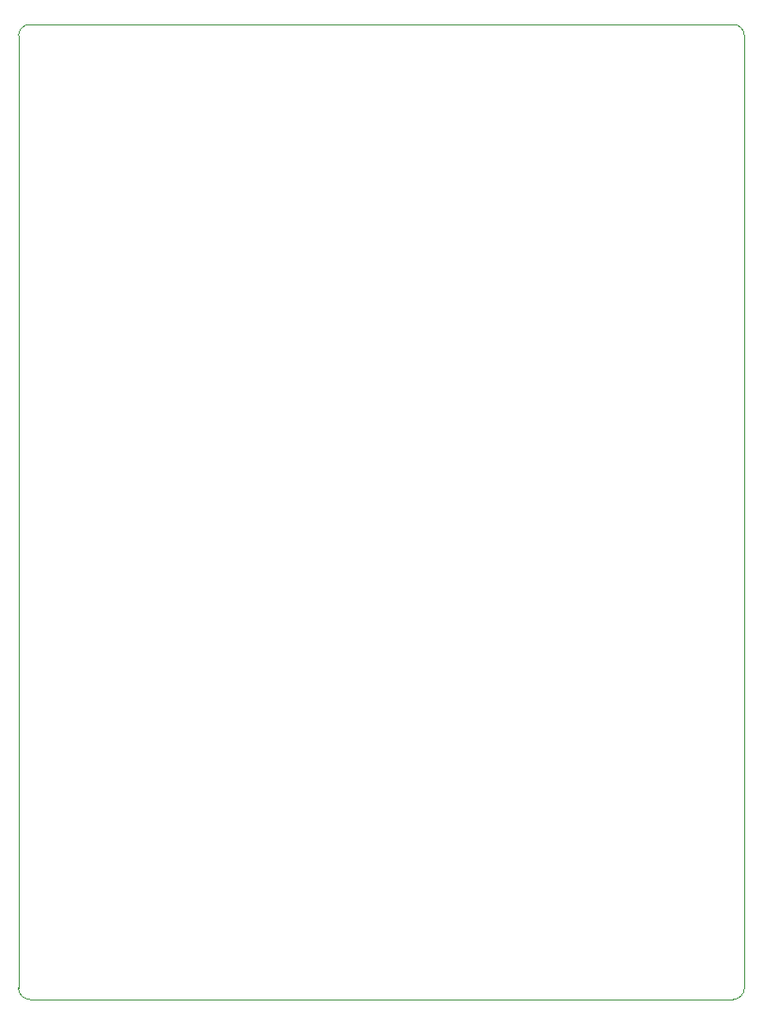
<source format=gm1>
%TF.GenerationSoftware,KiCad,Pcbnew,9.0.7*%
%TF.CreationDate,2026-02-19T22:53:12-05:00*%
%TF.ProjectId,ESP32-Adapter,45535033-322d-4416-9461-707465722e6b,rev?*%
%TF.SameCoordinates,Original*%
%TF.FileFunction,Profile,NP*%
%FSLAX46Y46*%
G04 Gerber Fmt 4.6, Leading zero omitted, Abs format (unit mm)*
G04 Created by KiCad (PCBNEW 9.0.7) date 2026-02-19 22:53:12*
%MOMM*%
%LPD*%
G01*
G04 APERTURE LIST*
%TA.AperFunction,Profile*%
%ADD10C,0.050000*%
%TD*%
G04 APERTURE END LIST*
D10*
X78286900Y-30940000D02*
X141664900Y-30940000D01*
X142680900Y-117704000D02*
G75*
G02*
X141664900Y-118720000I-1016000J0D01*
G01*
X78286900Y-118720000D02*
G75*
G02*
X77270900Y-117704000I0J1016000D01*
G01*
X141664900Y-30940000D02*
G75*
G02*
X142680900Y-31956000I0J-1016000D01*
G01*
X142680900Y-31956000D02*
X142680900Y-117704000D01*
X77270900Y-31956000D02*
G75*
G02*
X78286900Y-30940000I1016000J0D01*
G01*
X141664900Y-118720000D02*
X78286900Y-118720000D01*
X77270900Y-117704000D02*
X77270900Y-31956000D01*
M02*

</source>
